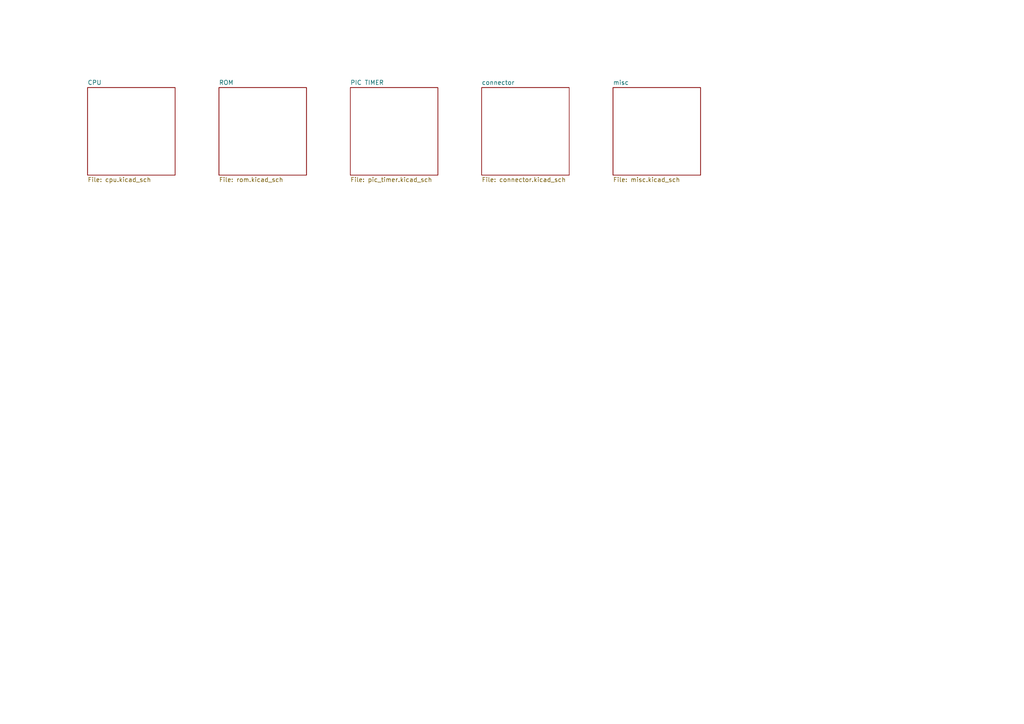
<source format=kicad_sch>
(kicad_sch (version 20230121) (generator eeschema)
  (paper "A4")
  (title_block (title "Mini8086 main system board") (rev "1.1"))
  (lib_symbols)
  (sheet (at 25.4 25.4) (size 25.4 25.4)
    (property "Sheetname" "CPU" (at 25.4 24.6884 0) (effects (justify left bottom)))
    (property "Sheetfile" "cpu.kicad_sch" (at 25.4 51.3846 0) (effects (justify left top)))
  )
  (sheet (at 63.5 25.4) (size 25.4 25.4)
    (property "Sheetname" "ROM" (at 63.5 24.6884 0) (effects (justify left bottom)))
    (property "Sheetfile" "rom.kicad_sch" (at 63.5 51.3846 0) (effects (justify left top)))
  )
  (sheet (at 101.6 25.4) (size 25.4 25.4)
    (property "Sheetname" "PIC TIMER" (at 101.6 24.6884 0) (effects (justify left bottom)))
    (property "Sheetfile" "pic_timer.kicad_sch" (at 101.6 51.3846 0) (effects (justify left top)))
  )
  (sheet (at 139.7 25.4) (size 25.4 25.4)
    (property "Sheetname" "connector" (at 139.7 24.6884 0) (effects (justify left bottom)))
    (property "Sheetfile" "connector.kicad_sch" (at 139.7 51.3846 0) (effects (justify left top)))
  )
  (sheet (at 177.8 25.4) (size 25.4 25.4)
    (property "Sheetname" "misc" (at 177.8 24.6884 0) (effects (justify left bottom)))
    (property "Sheetfile" "misc.kicad_sch" (at 177.8 51.3846 0) (effects (justify left top)))
  )
)
</source>
